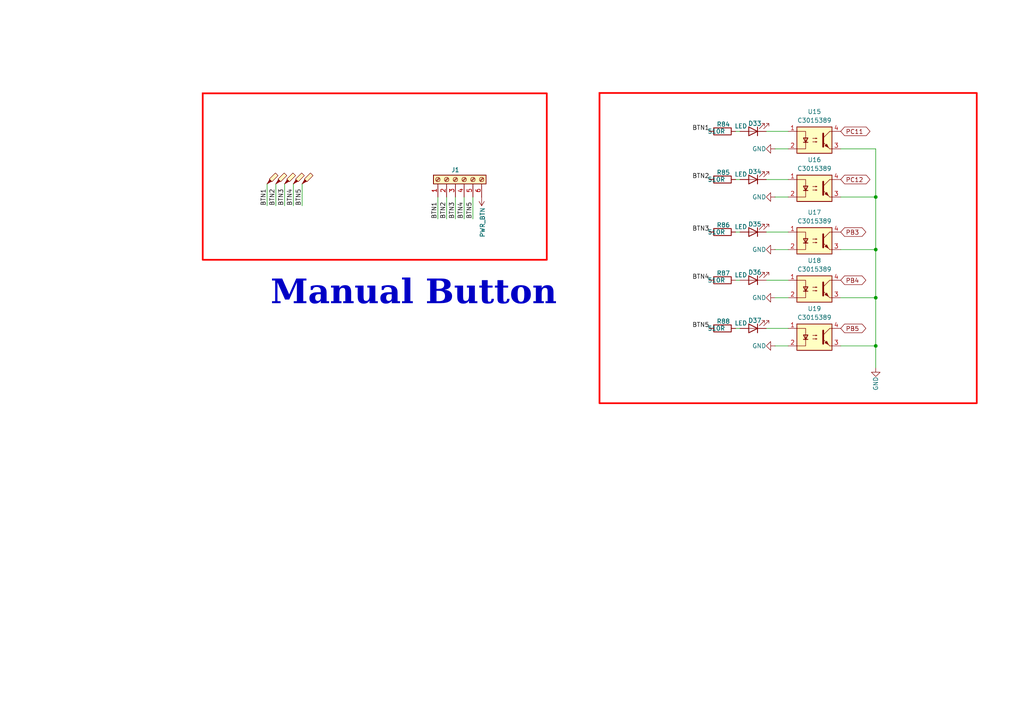
<source format=kicad_sch>
(kicad_sch (version 20231120) (generator "eeschema") (generator_version "8.0")
  (paper "A4")
  (lib_symbols
    (symbol "Connector:Screw_Terminal_01x06" (pin_names (offset 1.016) hide)
      (property "Reference" "J" (at 0 7.62 0))
      (property "Value" "Screw_Terminal_01x06" (at 0 -10.16 0))
      (symbol "Screw_Terminal_01x06_1_1"
        (rectangle (start -1.27 6.35) (end 1.27 -8.89) (stroke (width 0.254)) (fill (type background)))
        (circle (center 0 -7.62) (radius 0.635) (stroke (width 0.1524)))
        (circle (center 0 -5.08) (radius 0.635) (stroke (width 0.1524)))
        (circle (center 0 -2.54) (radius 0.635) (stroke (width 0.1524)))
        (polyline (pts (xy -0.5334 -7.2898) (xy 0.3302 -8.128)) (stroke (width 0.1524)))
        (polyline (pts (xy -0.5334 -4.7498) (xy 0.3302 -5.588)) (stroke (width 0.1524)))
        (polyline (pts (xy -0.5334 -2.2098) (xy 0.3302 -3.048)) (stroke (width 0.1524)))
        (polyline (pts (xy -0.5334 0.3302) (xy 0.3302 -0.508)) (stroke (width 0.1524)))
        (polyline (pts (xy -0.5334 2.8702) (xy 0.3302 2.032)) (stroke (width 0.1524)))
        (polyline (pts (xy -0.5334 5.4102) (xy 0.3302 4.572)) (stroke (width 0.1524)))
        (polyline (pts (xy -0.3556 -7.112) (xy 0.508 -7.9502)) (stroke (width 0.1524)))
        (polyline (pts (xy -0.3556 -4.572) (xy 0.508 -5.4102)) (stroke (width 0.1524)))
        (polyline (pts (xy -0.3556 -2.032) (xy 0.508 -2.8702)) (stroke (width 0.1524)))
        (polyline (pts (xy -0.3556 0.508) (xy 0.508 -0.3302)) (stroke (width 0.1524)))
        (polyline (pts (xy -0.3556 3.048) (xy 0.508 2.2098)) (stroke (width 0.1524)))
        (polyline (pts (xy -0.3556 5.588) (xy 0.508 4.7498)) (stroke (width 0.1524)))
        (circle (center 0 0) (radius 0.635) (stroke (width 0.1524)))
        (circle (center 0 2.54) (radius 0.635) (stroke (width 0.1524)))
        (circle (center 0 5.08) (radius 0.635) (stroke (width 0.1524)))
        (pin passive line (at -5.08 5.08 0) (length 3.81) (name "Pin_1") (number "1"))
        (pin passive line (at -5.08 2.54 0) (length 3.81) (name "Pin_2") (number "2"))
        (pin passive line (at -5.08 0 0) (length 3.81) (name "Pin_3") (number "3"))
        (pin passive line (at -5.08 -2.54 0) (length 3.81) (name "Pin_4") (number "4"))
        (pin passive line (at -5.08 -5.08 0) (length 3.81) (name "Pin_5") (number "5"))
        (pin passive line (at -5.08 -7.62 0) (length 3.81) (name "Pin_6") (number "6"))
      )
    )
    (symbol "Connector:TestPoint_Probe" (pin_numbers hide) (pin_names (offset 0.762) hide)
      (property "Reference" "TP" (at 1.651 5.842 0))
      (property "Value" "TestPoint_Probe" (at 1.651 4.064 0))
      (symbol "TestPoint_Probe_0_1"
        (polyline (pts (xy 1.27 0.762) (xy 0 0) (xy 0.762 1.27) (xy 1.27 0.762)) (fill (type outline)))
        (polyline (pts (xy 1.397 0.635) (xy 0.635 1.397) (xy 2.413 3.175) (xy 3.175 2.413) (xy 1.397 0.635)) (fill (type background)))
      )
      (symbol "TestPoint_Probe_1_1"
        (pin passive line (at 0 0 90) (length 0) (name "1") (number "1"))
      )
    )
    (symbol "Device:LED" (pin_numbers hide) (pin_names (offset 1.016) hide)
      (property "Reference" "D" (at 0 2.54 0))
      (property "Value" "LED" (at 0 -2.54 0))
      (symbol "LED_0_1"
        (polyline (pts (xy -1.27 -1.27) (xy -1.27 1.27)) (stroke (width 0.254)))
        (polyline (pts (xy -1.27 0) (xy 1.27 0)))
        (polyline (pts (xy 1.27 -1.27) (xy 1.27 1.27) (xy -1.27 0) (xy 1.27 -1.27)) (stroke (width 0.254)))
        (polyline (pts (xy -3.048 -0.762) (xy -4.572 -2.286) (xy -3.81 -2.286) (xy -4.572 -2.286) (xy -4.572 -1.524)))
        (polyline (pts (xy -1.778 -0.762) (xy -3.302 -2.286) (xy -2.54 -2.286) (xy -3.302 -2.286) (xy -3.302 -1.524)))
      )
      (symbol "LED_1_1"
        (pin passive line (at -3.81 0 0) (length 2.54) (name "K") (number "1"))
        (pin passive line (at 3.81 0 180) (length 2.54) (name "A") (number "2"))
      )
    )
    (symbol "Device:R" (pin_numbers hide) (pin_names (offset 0))
      (property "Reference" "R" (at 2.032 0 90))
      (property "Value" "R" (at 0 0 90))
      (symbol "R_0_1"
        (rectangle (start -1.016 -2.54) (end 1.016 2.54) (stroke (width 0.254)))
      )
      (symbol "R_1_1"
        (pin passive line (at 0 3.81 270) (length 1.27) (name "~") (number "1"))
        (pin passive line (at 0 -3.81 90) (length 1.27) (name "~") (number "2"))
      )
    )
    (symbol "Isolator:LTV-357T" (pin_names (offset 1.016))
      (property "Reference" "U" (at -5.334 4.826 0))
      (property "Value" "LTV-357T" (at 0 5.08 0))
      (symbol "LTV-357T_0_1"
        (rectangle (start -5.08 3.81) (end 5.08 -3.81) (stroke (width 0.254)) (fill (type background)))
        (polyline (pts (xy -3.175 -0.635) (xy -1.905 -0.635)) (stroke (width 0.254)))
        (polyline (pts (xy 2.54 0.635) (xy 4.445 2.54)))
        (polyline (pts (xy 4.445 -2.54) (xy 2.54 -0.635)) (fill (type outline)))
        (polyline (pts (xy 4.445 -2.54) (xy 5.08 -2.54)))
        (polyline (pts (xy 4.445 2.54) (xy 5.08 2.54)))
        (polyline (pts (xy -5.08 2.54) (xy -2.54 2.54) (xy -2.54 -0.762)))
        (polyline (pts (xy -2.54 -0.635) (xy -2.54 -2.54) (xy -5.08 -2.54)))
        (polyline (pts (xy 2.54 1.905) (xy 2.54 -1.905) (xy 2.54 -1.905)) (stroke (width 0.508)))
        (polyline (pts (xy -2.54 -0.635) (xy -3.175 0.635) (xy -1.905 0.635) (xy -2.54 -0.635)) (stroke (width 0.254)))
        (polyline (pts (xy -0.508 -0.508) (xy 0.762 -0.508) (xy 0.381 -0.635) (xy 0.381 -0.381) (xy 0.762 -0.508)))
        (polyline (pts (xy -0.508 0.508) (xy 0.762 0.508) (xy 0.381 0.381) (xy 0.381 0.635) (xy 0.762 0.508)))
        (polyline (pts (xy 3.048 -1.651) (xy 3.556 -1.143) (xy 4.064 -2.159) (xy 3.048 -1.651) (xy 3.048 -1.651)) (fill (type outline)))
      )
      (symbol "LTV-357T_1_1"
        (pin passive line (at -7.62 2.54 0) (length 2.54) (name "~") (number "1"))
        (pin passive line (at -7.62 -2.54 0) (length 2.54) (name "~") (number "2"))
        (pin passive line (at 7.62 -2.54 180) (length 2.54) (name "~") (number "3"))
        (pin passive line (at 7.62 2.54 180) (length 2.54) (name "~") (number "4"))
      )
    )
    (symbol "power:+12VA" (power) (pin_numbers hide) (pin_names (offset 0) hide)
      (property "Value" "+12VA" (at 0 3.556 0))
      (symbol "+12VA_0_1"
        (polyline (pts (xy -0.762 1.27) (xy 0 2.54)))
        (polyline (pts (xy 0 0) (xy 0 2.54)))
        (polyline (pts (xy 0 2.54) (xy 0.762 1.27)))
      )
      (symbol "+12VA_1_1"
        (pin power_in line (at 0 0 90) (length 0) (name "~") (number "1"))
      )
    )
    (symbol "power:GND" (power) (pin_numbers hide) (pin_names (offset 0) hide)
      (property "Value" "GND" (at 0 -3.81 0))
      (symbol "GND_0_1"
        (polyline (pts (xy 0 0) (xy 0 -1.27) (xy 1.27 -1.27) (xy 0 -2.54) (xy -1.27 -1.27) (xy 0 -1.27)))
      )
      (symbol "GND_1_1"
        (pin power_in line (at 0 0 270) (length 0) (name "~") (number "1"))
      )
    )
  )
  (junction (at 254 100.33))
  (junction (at 254 57.15))
  (junction (at 254 86.36))
  (junction (at 254 72.39))
  (wire (pts (xy 243.84 43.18) (xy 254 43.18)))
  (wire (pts (xy 254 72.39) (xy 254 86.36)))
  (wire (pts (xy 222.25 38.1) (xy 228.6 38.1)))
  (wire (pts (xy 213.36 95.25) (xy 214.63 95.25)))
  (wire (pts (xy 137.16 57.15) (xy 137.16 63.5)))
  (wire (pts (xy 129.54 57.15) (xy 129.54 63.5)))
  (wire (pts (xy 254 43.18) (xy 254 57.15)))
  (wire (pts (xy 254 86.36) (xy 254 100.33)))
  (wire (pts (xy 243.84 57.15) (xy 254 57.15)))
  (wire (pts (xy 213.36 67.31) (xy 214.63 67.31)))
  (wire (pts (xy 87.63 59.69) (xy 87.63 53.34)))
  (wire (pts (xy 224.79 57.15) (xy 228.6 57.15)))
  (wire (pts (xy 222.25 81.28) (xy 228.6 81.28)))
  (wire (pts (xy 77.47 53.34) (xy 77.47 59.69)))
  (wire (pts (xy 222.25 52.07) (xy 228.6 52.07)))
  (wire (pts (xy 222.25 67.31) (xy 228.6 67.31)))
  (wire (pts (xy 222.25 95.25) (xy 228.6 95.25)))
  (wire (pts (xy 85.09 59.69) (xy 85.09 53.34)))
  (wire (pts (xy 224.79 100.33) (xy 228.6 100.33)))
  (wire (pts (xy 134.62 57.15) (xy 134.62 63.5)))
  (wire (pts (xy 254 100.33) (xy 254 106.68)))
  (wire (pts (xy 132.08 57.15) (xy 132.08 63.5)))
  (wire (pts (xy 224.79 86.36) (xy 228.6 86.36)))
  (wire (pts (xy 224.79 72.39) (xy 228.6 72.39)))
  (wire (pts (xy 213.36 52.07) (xy 214.63 52.07)))
  (wire (pts (xy 80.01 59.69) (xy 80.01 53.34)))
  (wire (pts (xy 82.55 59.69) (xy 82.55 53.34)))
  (wire (pts (xy 224.79 43.18) (xy 228.6 43.18)))
  (wire (pts (xy 213.36 38.1) (xy 214.63 38.1)))
  (wire (pts (xy 127 57.15) (xy 127 63.5)))
  (wire (pts (xy 254 57.15) (xy 254 72.39)))
  (wire (pts (xy 243.84 86.36) (xy 254 86.36)))
  (wire (pts (xy 243.84 100.33) (xy 254 100.33)))
  (wire (pts (xy 243.84 72.39) (xy 254 72.39)))
  (wire (pts (xy 213.36 81.28) (xy 214.63 81.28)))
  (rectangle (start 173.88 26.97) (end 283.3 116.95) (stroke (width 0.5) (color 255 0 0 1)))
  (rectangle (start 58.8 27.07) (end 158.59 75.35) (stroke (width 0.5) (color 255 0 0 1)))
  (text "Manual Button" (at 78.486 91.186 0) (effects (font (size 7 7) (thickness 0.3) (bold yes)) (justify left bottom)))
  (label "BTN4" (at 85.09 59.69 90))
  (label "BTN1" (at 205.74 38.1 180))
  (label "BTN5" (at 205.74 95.25 180))
  (label "BTN1" (at 77.47 59.69 90))
  (label "BTN1" (at 127 63.5 90))
  (label "BTN2" (at 205.74 52.07 180))
  (label "BTN5" (at 137.16 63.5 90))
  (label "BTN3" (at 82.55 59.69 90))
  (label "BTN4" (at 134.62 63.5 90))
  (label "BTN5" (at 87.63 59.69 90))
  (label "BTN4" (at 205.74 81.28 180))
  (label "BTN2" (at 80.01 59.69 90))
  (label "BTN2" (at 129.54 63.5 90))
  (label "BTN3" (at 205.74 67.31 180))
  (label "BTN3" (at 132.08 63.5 90))
  (global_label "PB5" (shape bidirectional) (at 243.84 95.25 0) (property "Intersheetrefs" "${INTERSHEET_REFS}" (effects (hide yes))))
  (global_label "PB4" (shape bidirectional) (at 243.84 81.28 0) (property "Intersheetrefs" "${INTERSHEET_REFS}" (effects (hide yes))))
  (global_label "PC11" (shape bidirectional) (at 243.84 38.1 0) (property "Intersheetrefs" "${INTERSHEET_REFS}" (effects (hide yes))))
  (global_label "PC12" (shape bidirectional) (at 243.84 52.07 0) (property "Intersheetrefs" "${INTERSHEET_REFS}" (effects (hide yes))))
  (global_label "PB3" (shape bidirectional) (at 243.84 67.31 0) (property "Intersheetrefs" "${INTERSHEET_REFS}" (effects (hide yes))))
  (symbol (lib_id "Device:R") (at 209.55 81.28 90) (unit 1)
    (property "Reference" "R87" (at 209.804 79.248 90))
    (property "Value" "510R" (at 207.772 81.28 90))
    (property "Footprint" "Resistor_SMD:R_1206_3216Metric" (effects (hide yes)))
    (property "Description" "Resistor" (effects (hide yes)))
    (property "JLCPCB Part #" "C3017298" (effects (hide yes)))
  )
  (symbol (lib_id "Connector:Screw_Terminal_01x06") (at 132.08 52.07 90) (unit 1)
    (property "Reference" "J1" (at 132.08 49.276 90))
    (property "Value" "Screw_Terminal_01x06" (effects (hide yes)))
    (property "Footprint" "TerminalBlock_Altech:Altech_AK300_1x06_P5.00mm_45-Degree" (effects (hide yes)))
    (property "Description" "Generic screw terminal, single row, 01x06, script generated (kicad-library-utils/schlib/autogen/connector/)" (effects (hide yes)))
  )
  (symbol (lib_id "Isolator:LTV-357T") (at 236.22 54.61 0) (unit 1)
    (property "Reference" "U16" (at 236.22 46.355 0))
    (property "Value" "C3015389" (at 236.22 48.895 0))
    (property "Footprint" "Package_SO:SOP-4_4.4x2.6mm_P1.27mm" (effects (hide yes)))
    (property "Datasheet" "https://www.buerklin.com/medias/sys_master/download/download/h91/ha0/8892020588574.pdf" (effects (hide yes)))
    (property "Description" "DC Optocoupler, Vce 35V, CTR 50%, SO-4" (effects (hide yes)))
  )
  (symbol (lib_id "power:GND") (at 224.79 43.18 270) (unit 1)
    (property "Reference" "#PWR082" (effects (hide yes)))
    (property "Value" "GND" (at 222.25 43.18 90) (effects (justify right)))
  )
  (symbol (lib_id "Device:R") (at 209.55 95.25 90) (unit 1)
    (property "Reference" "R88" (at 209.804 93.218 90))
    (property "Value" "510R" (at 207.772 95.25 90))
    (property "Footprint" "Resistor_SMD:R_1206_3216Metric" (effects (hide yes)))
    (property "Description" "Resistor" (effects (hide yes)))
    (property "JLCPCB Part #" "C3017298" (effects (hide yes)))
  )
  (symbol (lib_id "power:GND") (at 224.79 100.33 270) (unit 1)
    (property "Reference" "#PWR078" (effects (hide yes)))
    (property "Value" "GND" (at 222.25 100.33 90) (effects (justify right)))
  )
  (symbol (lib_id "Connector:TestPoint_Probe") (at 85.09 53.34 0) (unit 1)
    (property "Reference" "TP14" (effects (hide yes)))
    (property "Value" "C5199900" (effects (hide yes)))
    (property "Footprint" "TestPoint:TestPoint_Loop_D1.80mm_Drill1.0mm_Beaded" (effects (hide yes)))
    (property "Description" "test point (alternative probe-style design)" (effects (hide yes)))
    (property "JLCPCB Part #" " C5277087" (effects (hide yes)))
  )
  (symbol (lib_id "Connector:TestPoint_Probe") (at 80.01 53.34 0) (unit 1)
    (property "Reference" "TP12" (effects (hide yes)))
    (property "Value" "C5199900" (effects (hide yes)))
    (property "Footprint" "TestPoint:TestPoint_Loop_D1.80mm_Drill1.0mm_Beaded" (effects (hide yes)))
    (property "Description" "test point (alternative probe-style design)" (effects (hide yes)))
  )
  (symbol (lib_id "Connector:TestPoint_Probe") (at 77.47 53.34 0) (unit 1)
    (property "Reference" "TP11" (effects (hide yes)))
    (property "Value" "C5199900" (effects (hide yes)))
    (property "Footprint" "TestPoint:TestPoint_Loop_D1.80mm_Drill1.0mm_Beaded" (effects (hide yes)))
    (property "Description" "test point (alternative probe-style design)" (effects (hide yes)))
    (property "JLCPCB Part #" " C5277087" (effects (hide yes)))
  )
  (symbol (lib_id "Connector:TestPoint_Probe") (at 82.55 53.34 0) (unit 1)
    (property "Reference" "TP13" (effects (hide yes)))
    (property "Value" "C5199900" (effects (hide yes)))
    (property "Footprint" "TestPoint:TestPoint_Loop_D1.80mm_Drill1.0mm_Beaded" (effects (hide yes)))
    (property "Description" "test point (alternative probe-style design)" (effects (hide yes)))
    (property "JLCPCB Part #" " C5277087" (effects (hide yes)))
  )
  (symbol (lib_id "Device:LED") (at 218.44 38.1 180) (unit 1)
    (property "Reference" "D33" (at 218.948 35.814 0))
    (property "Value" "LED" (at 214.884 36.576 0))
    (property "Footprint" "LED_SMD:LED_0603_1608Metric" (effects (hide yes)))
    (property "Description" "Light emitting diode" (effects (hide yes)))
    (property "Untitled Field" "C84263" (effects (hide yes)))
  )
  (symbol (lib_id "power:GND") (at 224.79 86.36 270) (unit 1)
    (property "Reference" "#PWR079" (effects (hide yes)))
    (property "Value" "GND" (at 222.25 86.36 90) (effects (justify right)))
  )
  (symbol (lib_id "Device:R") (at 209.55 38.1 90) (unit 1)
    (property "Reference" "R84" (at 209.804 36.068 90))
    (property "Value" "510R" (at 207.772 38.1 90))
    (property "Footprint" "Resistor_SMD:R_1206_3216Metric" (effects (hide yes)))
    (property "Description" "Resistor" (effects (hide yes)))
    (property "JLCPCB Part #" "C3017298" (effects (hide yes)))
  )
  (symbol (lib_id "power:GND") (at 254 106.68 0) (unit 1)
    (property "Reference" "#PWR0168" (effects (hide yes)))
    (property "Value" "GND" (at 254 109.22 90) (effects (justify right)))
  )
  (symbol (lib_id "Device:LED") (at 218.44 95.25 180) (unit 1)
    (property "Reference" "D37" (at 218.948 92.964 0))
    (property "Value" "LED" (at 214.884 93.726 0))
    (property "Footprint" "LED_SMD:LED_0603_1608Metric" (effects (hide yes)))
    (property "Description" "Light emitting diode" (effects (hide yes)))
    (property "Untitled Field" "C84263" (effects (hide yes)))
  )
  (symbol (lib_id "Device:LED") (at 218.44 52.07 180) (unit 1)
    (property "Reference" "D34" (at 218.948 49.784 0))
    (property "Value" "LED" (at 214.884 50.546 0))
    (property "Footprint" "LED_SMD:LED_0603_1608Metric" (effects (hide yes)))
    (property "Description" "Light emitting diode" (effects (hide yes)))
    (property "Untitled Field" "C84263" (effects (hide yes)))
  )
  (symbol (lib_id "power:GND") (at 224.79 57.15 270) (unit 1)
    (property "Reference" "#PWR081" (effects (hide yes)))
    (property "Value" "GND" (at 222.25 57.15 90) (effects (justify right)))
  )
  (symbol (lib_id "Isolator:LTV-357T") (at 236.22 97.79 0) (unit 1)
    (property "Reference" "U19" (at 236.22 89.535 0))
    (property "Value" "C3015389" (at 236.22 92.075 0))
    (property "Footprint" "Package_SO:SOP-4_4.4x2.6mm_P1.27mm" (effects (hide yes)))
    (property "Datasheet" "https://www.buerklin.com/medias/sys_master/download/download/h91/ha0/8892020588574.pdf" (effects (hide yes)))
    (property "Description" "DC Optocoupler, Vce 35V, CTR 50%, SO-4" (effects (hide yes)))
  )
  (symbol (lib_id "Device:R") (at 209.55 52.07 90) (unit 1)
    (property "Reference" "R85" (at 209.804 50.038 90))
    (property "Value" "510R" (at 207.772 52.07 90))
    (property "Footprint" "Resistor_SMD:R_1206_3216Metric" (effects (hide yes)))
    (property "Description" "Resistor" (effects (hide yes)))
    (property "JLCPCB Part #" "C3017298" (effects (hide yes)))
  )
  (symbol (lib_id "Isolator:LTV-357T") (at 236.22 40.64 0) (unit 1)
    (property "Reference" "U15" (at 236.22 32.385 0))
    (property "Value" "C3015389" (at 236.22 34.925 0))
    (property "Footprint" "Package_SO:SOP-4_4.4x2.6mm_P1.27mm" (effects (hide yes)))
    (property "Datasheet" "https://www.buerklin.com/medias/sys_master/download/download/h91/ha0/8892020588574.pdf" (effects (hide yes)))
    (property "Description" "DC Optocoupler, Vce 35V, CTR 50%, SO-4" (effects (hide yes)))
  )
  (symbol (lib_id "Device:LED") (at 218.44 67.31 180) (unit 1)
    (property "Reference" "D35" (at 218.948 65.024 0))
    (property "Value" "LED" (at 214.884 65.786 0))
    (property "Footprint" "LED_SMD:LED_0603_1608Metric" (effects (hide yes)))
    (property "Description" "Light emitting diode" (effects (hide yes)))
    (property "Untitled Field" "C84263" (effects (hide yes)))
  )
  (symbol (lib_id "Device:R") (at 209.55 67.31 90) (unit 1)
    (property "Reference" "R86" (at 209.804 65.278 90))
    (property "Value" "510R" (at 207.772 67.31 90))
    (property "Footprint" "Resistor_SMD:R_1206_3216Metric" (effects (hide yes)))
    (property "Description" "Resistor" (effects (hide yes)))
    (property "JLCPCB Part #" "C3017298" (effects (hide yes)))
  )
  (symbol (lib_id "power:+12VA") (at 139.7 57.15 180) (unit 1)
    (property "Reference" "#PWR077" (effects (hide yes)))
    (property "Value" "PWR_BTN" (at 139.954 64.516 90))
    (property "Description" "Power symbol creates a global label with name \"+12VA\"" (effects (hide yes)))
  )
  (symbol (lib_id "Isolator:LTV-357T") (at 236.22 83.82 0) (unit 1)
    (property "Reference" "U18" (at 236.22 75.565 0))
    (property "Value" "C3015389" (at 236.22 78.105 0))
    (property "Footprint" "Package_SO:SOP-4_4.4x2.6mm_P1.27mm" (effects (hide yes)))
    (property "Datasheet" "https://www.buerklin.com/medias/sys_master/download/download/h91/ha0/8892020588574.pdf" (effects (hide yes)))
    (property "Description" "DC Optocoupler, Vce 35V, CTR 50%, SO-4" (effects (hide yes)))
  )
  (symbol (lib_id "Connector:TestPoint_Probe") (at 87.63 53.34 0) (unit 1)
    (property "Reference" "TP15" (effects (hide yes)))
    (property "Value" "C5199900" (effects (hide yes)))
    (property "Footprint" "TestPoint:TestPoint_Loop_D1.80mm_Drill1.0mm_Beaded" (effects (hide yes)))
    (property "Description" "test point (alternative probe-style design)" (effects (hide yes)))
    (property "JLCPCB Part #" " C5277087" (effects (hide yes)))
  )
  (symbol (lib_id "power:GND") (at 224.79 72.39 270) (unit 1)
    (property "Reference" "#PWR080" (effects (hide yes)))
    (property "Value" "GND" (at 222.25 72.39 90) (effects (justify right)))
  )
  (symbol (lib_id "Isolator:LTV-357T") (at 236.22 69.85 0) (unit 1)
    (property "Reference" "U17" (at 236.22 61.595 0))
    (property "Value" "C3015389" (at 236.22 64.135 0))
    (property "Footprint" "Package_SO:SOP-4_4.4x2.6mm_P1.27mm" (effects (hide yes)))
    (property "Datasheet" "https://www.buerklin.com/medias/sys_master/download/download/h91/ha0/8892020588574.pdf" (effects (hide yes)))
    (property "Description" "DC Optocoupler, Vce 35V, CTR 50%, SO-4" (effects (hide yes)))
  )
  (symbol (lib_id "Device:LED") (at 218.44 81.28 180) (unit 1)
    (property "Reference" "D36" (at 218.948 78.994 0))
    (property "Value" "LED" (at 214.884 79.756 0))
    (property "Footprint" "LED_SMD:LED_0603_1608Metric" (effects (hide yes)))
    (property "Description" "Light emitting diode" (effects (hide yes)))
  )
)
</source>
